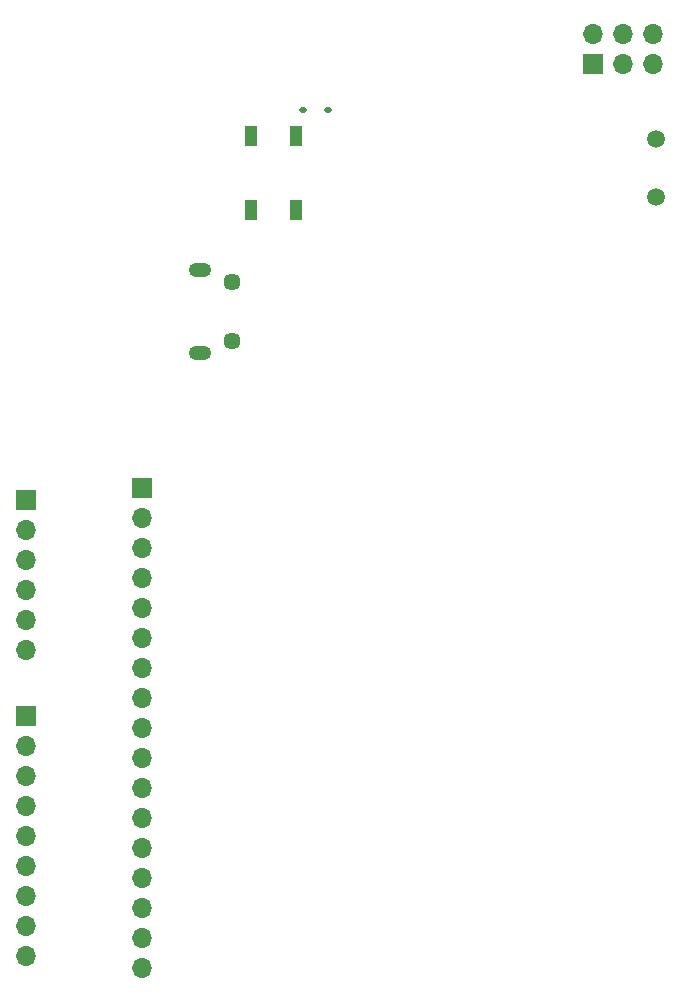
<source format=gbr>
%TF.GenerationSoftware,KiCad,Pcbnew,7.0.8*%
%TF.CreationDate,2023-11-08T08:48:13-05:00*%
%TF.ProjectId,Sleepduino,536c6565-7064-4756-996e-6f2e6b696361,rev?*%
%TF.SameCoordinates,Original*%
%TF.FileFunction,Soldermask,Bot*%
%TF.FilePolarity,Negative*%
%FSLAX46Y46*%
G04 Gerber Fmt 4.6, Leading zero omitted, Abs format (unit mm)*
G04 Created by KiCad (PCBNEW 7.0.8) date 2023-11-08 08:48:13*
%MOMM*%
%LPD*%
G01*
G04 APERTURE LIST*
G04 Aperture macros list*
%AMRoundRect*
0 Rectangle with rounded corners*
0 $1 Rounding radius*
0 $2 $3 $4 $5 $6 $7 $8 $9 X,Y pos of 4 corners*
0 Add a 4 corners polygon primitive as box body*
4,1,4,$2,$3,$4,$5,$6,$7,$8,$9,$2,$3,0*
0 Add four circle primitives for the rounded corners*
1,1,$1+$1,$2,$3*
1,1,$1+$1,$4,$5*
1,1,$1+$1,$6,$7*
1,1,$1+$1,$8,$9*
0 Add four rect primitives between the rounded corners*
20,1,$1+$1,$2,$3,$4,$5,0*
20,1,$1+$1,$4,$5,$6,$7,0*
20,1,$1+$1,$6,$7,$8,$9,0*
20,1,$1+$1,$8,$9,$2,$3,0*%
G04 Aperture macros list end*
%ADD10RoundRect,0.112500X0.187500X0.112500X-0.187500X0.112500X-0.187500X-0.112500X0.187500X-0.112500X0*%
%ADD11R,1.000000X1.700000*%
%ADD12R,1.700000X1.700000*%
%ADD13O,1.700000X1.700000*%
%ADD14O,1.900000X1.200000*%
%ADD15C,1.450000*%
%ADD16C,1.500000*%
G04 APERTURE END LIST*
D10*
%TO.C,D1*%
X179358000Y-47752000D03*
X177258000Y-47752000D03*
%TD*%
D11*
%TO.C,SW1*%
X172852000Y-49936000D03*
X172852000Y-56236000D03*
X176652000Y-56236000D03*
X176652000Y-49936000D03*
%TD*%
D12*
%TO.C,J3*%
X153797000Y-99060000D03*
D13*
X153797000Y-101600000D03*
X153797000Y-104140000D03*
X153797000Y-106680000D03*
X153797000Y-109220000D03*
X153797000Y-111760000D03*
X153797000Y-114300000D03*
X153797000Y-116840000D03*
X153797000Y-119380000D03*
%TD*%
D12*
%TO.C,J5*%
X153797000Y-80772000D03*
D13*
X153797000Y-83312000D03*
X153797000Y-85852000D03*
X153797000Y-88392000D03*
X153797000Y-90932000D03*
X153797000Y-93472000D03*
%TD*%
D12*
%TO.C,J4*%
X163576000Y-79756000D03*
D13*
X163576000Y-82296000D03*
X163576000Y-84836000D03*
X163576000Y-87376000D03*
X163576000Y-89916000D03*
X163576000Y-92456000D03*
X163576000Y-94996000D03*
X163576000Y-97536000D03*
X163576000Y-100076000D03*
X163576000Y-102616000D03*
X163576000Y-105156000D03*
X163576000Y-107696000D03*
X163576000Y-110236000D03*
X163576000Y-112776000D03*
X163576000Y-115316000D03*
X163576000Y-117856000D03*
X163576000Y-120396000D03*
%TD*%
D12*
%TO.C,J1*%
X201803000Y-43815000D03*
D13*
X201803000Y-41275000D03*
X204343000Y-43815000D03*
X204343000Y-41275000D03*
X206883000Y-43815000D03*
X206883000Y-41275000D03*
%TD*%
D14*
%TO.C,J2*%
X168529000Y-61291000D03*
D15*
X171229000Y-62291000D03*
X171229000Y-67291000D03*
D14*
X168529000Y-68291000D03*
%TD*%
D16*
%TO.C,Y2*%
X207137000Y-55118000D03*
X207137000Y-50238000D03*
%TD*%
M02*

</source>
